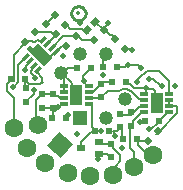
<source format=gbl>
%FSTAX23Y23*%
%MOIN*%
%SFA1B1*%

%IPPOS*%
%AMD18*
4,1,4,0.015300,0.000000,0.000000,0.015300,-0.015300,0.000000,0.000000,-0.015300,0.015300,0.000000,0.0*
%
%AMD38*
4,1,4,0.002300,-0.043800,0.043800,0.002300,-0.002300,0.043800,-0.043800,-0.002300,0.002300,-0.043800,0.0*
%
%AMD46*
4,1,4,-0.005500,-0.013900,0.013900,0.005500,0.005500,0.013900,-0.013900,-0.005500,-0.005500,-0.013900,0.0*
%
%AMD47*
4,1,4,-0.037500,0.009800,0.009800,-0.037500,0.037500,-0.009800,-0.009800,0.037500,-0.037500,0.009800,0.0*
%
%AMD51*
4,1,4,0.001400,0.016500,-0.016500,-0.001400,-0.001400,-0.016500,0.016500,0.001400,0.001400,0.016500,0.0*
%
%AMD54*
4,1,4,0.000000,0.015300,-0.015300,0.000000,0.000000,-0.015300,0.015300,0.000000,0.000000,0.015300,0.0*
%
G04~CAMADD=18~10~0.0~216.5~0.0~0.0~0.0~0.0~0~0.0~0.0~0.0~0.0~0~0.0~0.0~0.0~0.0~0~0.0~0.0~0.0~315.0~216.5~0.0*
%ADD18D18*%
%ADD19R,0.021650X0.021650*%
%ADD34C,0.013780*%
%ADD36C,0.008000*%
G04~CAMADD=38~10~0.0~620.1~0.0~0.0~0.0~0.0~0~0.0~0.0~0.0~0.0~0~0.0~0.0~0.0~0.0~0~0.0~0.0~0.0~228.0~620.1~0.0*
%ADD38D38*%
%ADD39C,0.062010*%
%ADD40C,0.046930*%
%ADD41R,0.046930X0.046930*%
%ADD42C,0.020000*%
%ADD43C,0.062990*%
%ADD45C,0.009840*%
G04~CAMADD=46~9~0.0~0.0~275.6~118.1~0.0~0.0~0~0.0~0.0~0.0~0.0~0~0.0~0.0~0.0~0.0~0~0.0~0.0~0.0~225.0~278.0~277.0*
%ADD46D46*%
G04~CAMADD=47~9~0.0~0.0~669.3~393.7~0.0~0.0~0~0.0~0.0~0.0~0.0~0~0.0~0.0~0.0~0.0~0~0.0~0.0~0.0~135.0~750.0~749.0*
%ADD47D47*%
%ADD48R,0.027560X0.011810*%
%ADD49R,0.039370X0.066930*%
%ADD50R,0.025390X0.018900*%
G04~CAMADD=51~9~0.0~0.0~255.9~214.6~0.0~0.0~0~0.0~0.0~0.0~0.0~0~0.0~0.0~0.0~0.0~0~0.0~0.0~0.0~45.0~330.0~329.0*
%ADD51D51*%
%ADD52C,0.003940*%
%ADD53R,0.021650X0.021650*%
G04~CAMADD=54~10~0.0~216.5~0.0~0.0~0.0~0.0~0~0.0~0.0~0.0~0.0~0~0.0~0.0~0.0~0.0~0~0.0~0.0~0.0~405.0~216.5~0.0*
%ADD54D54*%
%LNkoosh_sensor_top_v1_1-1*%
%LPD*%
G54D18*
X00303Y00453D03*
X00336Y00486D03*
X00241Y00466D03*
X00208Y00433D03*
X00073Y00448D03*
X00106Y00481D03*
X00483Y00118D03*
X00516Y00151D03*
G54D19*
X00332Y00365D03*
X00378D03*
X00247Y0036D03*
X00293D03*
X00408Y00315D03*
X00362D03*
X00472Y00185D03*
X00518D03*
X00399Y00124D03*
X00445D03*
X00353Y0015D03*
X00307D03*
X00208Y00195D03*
X00162D03*
X00073Y00325D03*
X00027D03*
G54D34*
X0025Y00542D03*
G54D36*
X00423Y00285D02*
D01*
X00421Y00286*
X00419Y00287*
X00417Y00288*
X00415Y00289*
X00413Y00289*
X0041Y0029*
X00408Y0029*
X00406Y0029*
X00403Y0029*
X00401Y0029*
X00399Y0029*
X00397Y00289*
X00394Y00289*
X00392Y00288*
X0039Y00287*
X00388Y00286*
X00386Y00285*
X00035Y00318D02*
Y00403D01*
Y0016D02*
Y0026D01*
X0002Y00318D02*
X00027Y00325D01*
X0002Y00315D02*
Y00318D01*
X00011Y00306D02*
X0002Y00315D01*
X00011Y00283D02*
Y00306D01*
Y00283D02*
X00035Y0026D01*
X00031Y00298D02*
X00035D01*
X00101Y00273D02*
Y00284D01*
X0007Y00242D02*
X00101Y00273D01*
Y00284D02*
X00103Y00286D01*
X00073Y0031D02*
X00078Y00315D01*
X00073Y0031D02*
Y00325D01*
Y00291D02*
Y0031D01*
X0007Y00288D02*
X00073Y00291D01*
X00378Y00365D02*
X00406D01*
X00411Y0037*
X00415*
X00195Y00433D02*
X00208D01*
X00175Y00413D02*
X00195Y00433D01*
X00301Y00147D02*
Y00156D01*
X00469Y00182D02*
X00472Y00185D01*
X00459Y00182D02*
X00469D01*
X00457Y0018D02*
X00459Y00182D01*
X00485Y00157D02*
X00486Y00159D01*
X00494*
X00511Y00175D02*
Y00178D01*
X00494Y00159D02*
X00511Y00175D01*
Y00178D02*
X00518Y00185D01*
X00448Y00104D02*
Y00121D01*
X00451Y00118*
X00445Y00124D02*
X00448Y00121D01*
X00451Y00118D02*
X00483D01*
X00445Y00124D02*
X0045Y00129D01*
X0026Y00115D02*
X00292Y00147D01*
X0026Y00095D02*
Y00115D01*
X00315Y00057D02*
X00319Y0006D01*
Y00075*
X00035Y00298D02*
X0005Y00312D01*
X00338Y00488D02*
X00357Y0047D01*
X0005Y00312D02*
Y00371D01*
X00074Y00396*
X00035Y00403D02*
X00073Y00442D01*
X00102Y00328D02*
X00104Y00326D01*
X00215Y00202D02*
Y00203D01*
X00208Y00195D02*
X00215Y00202D01*
X00173Y00218D02*
X00183Y00229D01*
X00165Y00201D02*
Y00227D01*
Y00198D02*
Y00201D01*
X00162Y00198D02*
Y00201D01*
Y00195D02*
Y00198D01*
X00183Y00229D02*
D01*
X00162Y00195D02*
X00165Y00198D01*
X00366Y00093D02*
X0039Y0007D01*
X00422Y00094D02*
Y00164D01*
Y00094D02*
X00435Y00081D01*
Y0003D02*
Y00081D01*
X0039Y0005D02*
Y0007D01*
X00366Y00093D02*
Y00101D01*
X00386Y00158D02*
X0039D01*
X00397Y00124D02*
Y00155D01*
X00448Y00104D02*
X00472Y0008D01*
X00422Y00164D02*
X00431Y00173D01*
X00472Y0008D02*
X00489D01*
X005Y0007*
X00465Y00294D02*
X00473D01*
X00436Y00295D02*
X00465D01*
X00473Y00294D02*
X00475Y00292D01*
X00465Y00295D02*
X00465Y00294D01*
X00408Y00315D02*
X00414Y00308D01*
X00423*
X00436Y00295*
X0045Y00323D02*
Y00324D01*
X00445Y00315D02*
Y00318D01*
X0045Y00323*
Y00324D02*
X00466Y0034D01*
X00401Y00321D02*
X00408Y00315D01*
X00426Y00423D02*
X0043Y0042D01*
X00406Y00423D02*
X00426D01*
X00268Y00318D02*
X0027Y00316D01*
Y00311D02*
Y00316D01*
Y00311D02*
X00275Y00306D01*
X00365Y0015D02*
X00378D01*
X00369Y00137D02*
Y00145D01*
X00365Y0015D02*
X00369Y00145D01*
Y00137D02*
X00372Y00134D01*
X00383Y00155D02*
X00386Y00158D01*
X00383Y00154D02*
Y00155D01*
X00378Y0015D02*
X00383Y00154D01*
X0039Y00162D02*
X00397Y00155D01*
X00228Y00284D02*
X00243Y00269D01*
X00228Y00284D02*
Y00309D01*
X00192Y00345D02*
X00228Y00309D01*
X00202Y00299D02*
Y00325D01*
X00192Y00334D02*
X00202Y00325D01*
X00192Y00334D02*
Y00345D01*
X00202Y00279D02*
Y00299D01*
X0047Y00274D02*
X00474D01*
X00475Y00276*
Y00292*
X00504Y00263D02*
Y00285D01*
Y00252D02*
Y00263D01*
X00511Y00256*
X00475Y00292D02*
X00478Y0029D01*
X00499*
X00504Y00285*
Y00252D02*
X00511Y00245D01*
Y00256*
X00375Y00035D02*
X0039Y0005D01*
X00375Y00015D02*
Y00035D01*
X00365Y00005D02*
X00375Y00015D01*
X0036Y00108D02*
X00366Y00101D01*
X00319Y00075D02*
X00346D01*
X0036Y00062*
X00329Y00108D02*
X0036D01*
X00322Y00114D02*
X00329Y00108D01*
X00319Y00114D02*
X00322D01*
X00295Y00162D02*
X00301Y00156D01*
X00292Y00147D02*
X003D01*
X00301Y00147*
X00518Y00185D02*
X00534Y00201D01*
X00519Y00148D02*
X0058Y00209D01*
X0051Y0014D02*
X00519Y00148D01*
X00431Y00182D02*
X0046Y00211D01*
Y00213*
X0051Y0014D02*
X0051D01*
X0058Y00209D02*
Y0023D01*
X00552Y00235D02*
X00574D01*
X0058Y0023*
X00534Y00201D02*
X00535D01*
X00541Y00207*
Y00208*
X00542Y00209*
Y00213*
X00544Y00215*
X00552*
X00332Y00315D02*
X00362D01*
X00325Y00308D02*
X00332Y00315D01*
X00466Y0034D02*
X00468D01*
X00478Y0035*
X0052*
X00485Y00325D02*
X005D01*
X00415Y0037D02*
X00449D01*
X00348Y00285D02*
X00386D01*
X00423D02*
X00425D01*
X00452Y00258*
X00325Y00262D02*
X00348Y00285D01*
X00552Y00235D02*
Y00255D01*
X00459Y0036D02*
X0046D01*
X00449Y0037D02*
X00459Y0036D01*
X0052Y0035D02*
X00552Y00317D01*
Y00274D02*
Y00317D01*
X00524Y003D02*
X00528D01*
X005Y00325D02*
X00524Y003D01*
X00431Y00173D02*
Y00182D01*
X0046Y00213D02*
X00462Y00215D01*
X0047*
X00469Y00235D02*
X0047Y00235D01*
X00455Y00235D02*
X00469D01*
X00431Y00211D02*
X00455Y00235D01*
X00431Y00209D02*
Y00211D01*
X00425Y00203D02*
X00431Y00209D01*
X0039Y00203D02*
X00425D01*
X00294Y0023D02*
X00295Y0023D01*
Y00162D02*
Y0023D01*
X00294Y0023D02*
Y00238D01*
X00292Y0024D02*
X00294Y00238D01*
X00285Y0024D02*
X00292D01*
X00468Y00256D02*
X0047Y00255D01*
X00457Y00256D02*
X00468D01*
X00455Y00258D02*
X00457Y00256D01*
X00452Y00258D02*
X00455D01*
X00302Y00283D02*
X00308Y00289D01*
X003Y00283D02*
X00302D01*
X00308Y00289D02*
Y00291D01*
X00318Y00301*
X00285Y00279D02*
X00286Y00281D01*
X00298D02*
X003Y00283D01*
X00286Y00281D02*
X00298D01*
X00285Y0026D02*
X00323D01*
X00325Y00262*
X00318Y00301D02*
X00325Y00308D01*
X00332Y00365D02*
Y00385D01*
X00342Y00396*
Y00407*
X00266Y00333D02*
X00293Y0036D01*
X00266Y00319D02*
Y00333D01*
X00216Y0036D02*
X00247D01*
X00202Y00345D02*
X00216Y0036D01*
X00192Y00345D02*
X00202D01*
X00277Y00299D02*
X00285D01*
X00275Y00301D02*
X00277Y00299D01*
X00275Y00301D02*
Y00306D01*
X00165Y00227D02*
X00167Y00229D01*
X00183*
X00192Y00238*
X002D02*
X00202Y0024D01*
X00192Y00238D02*
X002D01*
X0013Y00227D02*
X00165D01*
X0011Y00176D02*
X00115Y00171D01*
X0011Y00176D02*
Y0021D01*
X00109Y00212D02*
X0011Y0021D01*
X00109Y00212D02*
Y00252D01*
X0013Y00273*
X00165D02*
X00171Y00266D01*
X00181*
X00184Y00263*
X00187*
X00189Y00261*
X002*
X00202Y0026*
X0013Y00273D02*
X00165D01*
X00096Y00306D02*
X00122D01*
X00262Y00489D02*
X00274Y00478D01*
X00206Y00503D02*
X00211D01*
X00223Y00491*
X00245*
X00247Y00489*
X00262*
X00072Y00352D02*
X00075Y00354D01*
X00092Y00353D02*
X00095Y00355D01*
X00092Y00345D02*
Y00353D01*
Y00345D02*
X00102Y00335D01*
X00094Y00308D02*
X00096Y00306D01*
X00084Y00308D02*
X00094D01*
X00095Y00358D02*
X00102Y00366D01*
X00095Y00355D02*
Y00358D01*
X00111Y0035D02*
X00116Y00354D01*
X00111Y00347D02*
Y0035D01*
Y00347D02*
X0013Y00328D01*
X00122Y00306D02*
X00131Y00314D01*
X00025Y00318D02*
X00027Y0032D01*
X00336Y00486D02*
Y00493D01*
X0035Y00506*
Y0051*
X00307Y00515D02*
X00336Y00486D01*
X00372Y00462D02*
X00373Y00463D01*
X00369Y00462D02*
X00372D01*
X00361Y0047D02*
X00369Y00462D01*
X00357Y0047D02*
X00361D01*
X00373Y00456D02*
Y00463D01*
X00305Y00515D02*
X00307D01*
X00075Y0045D02*
X00098D01*
X00073Y00448D02*
X00075Y0045D01*
X00099Y00448D02*
X00107D01*
X00098Y0045D02*
X00099Y00448D01*
X00073Y00442D02*
Y00448D01*
X00102Y00366D02*
Y00368D01*
X00088Y0038D02*
Y00382D01*
X00075Y00366D02*
X00088Y0038D01*
X00075Y00354D02*
Y00366D01*
X00102Y00328D02*
Y00335D01*
X00078Y00315D02*
X00084Y00308D01*
X0013Y00312D02*
Y00328D01*
X001Y00366D02*
X00102Y00368D01*
X001Y00365D02*
Y00366D01*
X00143Y00506D02*
X00173Y00536D01*
X00171Y0047D02*
X00176D01*
X00106Y00481D02*
X00139D01*
X00139Y0048*
X00147*
X00148Y00481*
X0016*
X00171Y0047*
X00262Y00453D02*
X00308D01*
X00249Y00466D02*
X00262Y00453D01*
X002Y00466D02*
X00241D01*
X00249*
X00172Y00413D02*
X00175D01*
X00163Y00404D02*
X00172Y00413D01*
X00163Y00404D02*
X00163D01*
X00155Y00396D02*
X00163Y00404D01*
X00133Y00396D02*
X00155D01*
X00125Y00405D02*
X00133Y00396D01*
X00127Y00449D02*
X00133Y00455D01*
X00125Y00449D02*
X00127D01*
X00123Y00451D02*
X00125Y00449D01*
X0012Y00451D02*
X00123D01*
X00119Y00452D02*
X0012Y00451D01*
X00111Y00452D02*
X00119D01*
X00107Y00448D02*
X00111Y00452D01*
X00147Y00441D02*
X00176Y0047D01*
X00161Y00427D02*
X002Y00466D01*
X00283Y00478D02*
X00285Y0048D01*
X00274Y00478D02*
X00283D01*
G54D38*
X0019Y00105D03*
G54D39*
X00115Y00171D03*
G54D40*
X00192Y00345D03*
X00255Y00407D03*
X00342D03*
X00405Y00257D03*
X00342Y00195D03*
G54D41*
X00255Y00195D03*
G54D42*
X00031Y00298D03*
X00325Y0015D03*
X00457Y0018D03*
X00485Y00157D03*
X00245Y00141D03*
X00315Y00057D03*
X00103Y00286D03*
X00104Y00326D03*
X00215Y00203D03*
X00183Y00229D03*
X00395Y00095D03*
X00445Y00315D03*
X0043Y0042D03*
X00572Y003D03*
X00268Y00318D03*
X00372Y00134D03*
X00475Y00292D03*
X00485Y00325D03*
X00415Y0037D03*
X0046Y0036D03*
X00528Y003D03*
X00332Y00336D03*
X00072Y00352D03*
X002Y004D03*
X0035Y0051D03*
X00255D03*
X0009Y00423D03*
G54D43*
X00435Y0003D03*
X00215Y0001D03*
X00035Y0016D03*
X00365Y00005D03*
X005Y0007D03*
X0029Y0D03*
X0014Y00045D03*
X0008Y00095D03*
G54D45*
X00274Y00542D02*
D01*
X00274Y00544*
X00274Y00546*
X00273Y00547*
X00273Y00549*
X00272Y00551*
X00272Y00552*
X00271Y00554*
X0027Y00555*
X00269Y00556*
X00268Y00558*
X00267Y00559*
X00266Y0056*
X00265Y00561*
X00263Y00562*
X00262Y00563*
X00261Y00564*
X00259Y00564*
X00258Y00565*
X00256Y00565*
X00254Y00566*
X00253Y00566*
X00251Y00566*
X00249*
X00248Y00566*
X00246Y00566*
X00245Y00565*
X00243Y00565*
X00241Y00564*
X0024Y00564*
X00238Y00563*
X00237Y00562*
X00236Y00561*
X00234Y0056*
X00233Y00559*
X00232Y00558*
X00231Y00556*
X0023Y00555*
X00229Y00554*
X00229Y00552*
X00228Y00551*
X00228Y00549*
X00227Y00547*
X00227Y00546*
X00227Y00544*
X00227Y00542*
X00227Y00541*
X00227Y00539*
X00227Y00538*
X00228Y00536*
X00228Y00534*
X00229Y00533*
X00229Y00531*
X0023Y0053*
X00231Y00529*
X00232Y00527*
X00233Y00526*
X00234Y00525*
X00236Y00524*
X00237Y00523*
X00238Y00522*
X0024Y00521*
X00241Y00521*
X00243Y0052*
X00245Y0052*
X00246Y00519*
X00248Y00519*
X00249Y00519*
X00251*
X00253Y00519*
X00254Y00519*
X00256Y0052*
X00258Y0052*
X00259Y00521*
X00261Y00521*
X00262Y00522*
X00263Y00523*
X00265Y00524*
X00266Y00525*
X00267Y00526*
X00268Y00527*
X00269Y00529*
X0027Y0053*
X00271Y00531*
X00272Y00533*
X00272Y00534*
X00273Y00536*
X00273Y00538*
X00274Y00539*
X00274Y00541*
X00274Y00542*
G54D46*
X00133Y00455D03*
X00147Y00441D03*
X00161Y00427D03*
X00175Y00413D03*
X00116Y00354D03*
X00102Y00368D03*
X00088Y00382D03*
X00074Y00396D03*
G54D47*
X00125Y00405D03*
G54D48*
X00202Y0024D03*
Y0026D03*
Y00279D03*
Y00299D03*
X00285D03*
Y00279D03*
Y0026D03*
Y0024D03*
X0047Y00215D03*
Y00235D03*
Y00255D03*
Y00274D03*
X00552D03*
Y00255D03*
Y00235D03*
Y00215D03*
G54D49*
X00243Y00269D03*
X00511Y00245D03*
G54D50*
X00319Y00114D03*
Y00075D03*
X0026Y00095D03*
G54D51*
X00305Y00515D03*
X00278Y00488D03*
G54D52*
X00233Y0056D03*
G54D53*
X00325Y00308D03*
Y00262D03*
X0013Y00273D03*
Y00227D03*
X00075Y00293D03*
Y00247D03*
X00425Y00167D03*
Y00213D03*
X0039Y00208D03*
Y00162D03*
X0036Y00062D03*
Y00108D03*
X00165Y00273D03*
Y00227D03*
G54D54*
X00406Y00423D03*
X00373Y00456D03*
X00176Y00473D03*
X00143Y00506D03*
X00173Y00536D03*
X00206Y00503D03*
M02*
</source>
